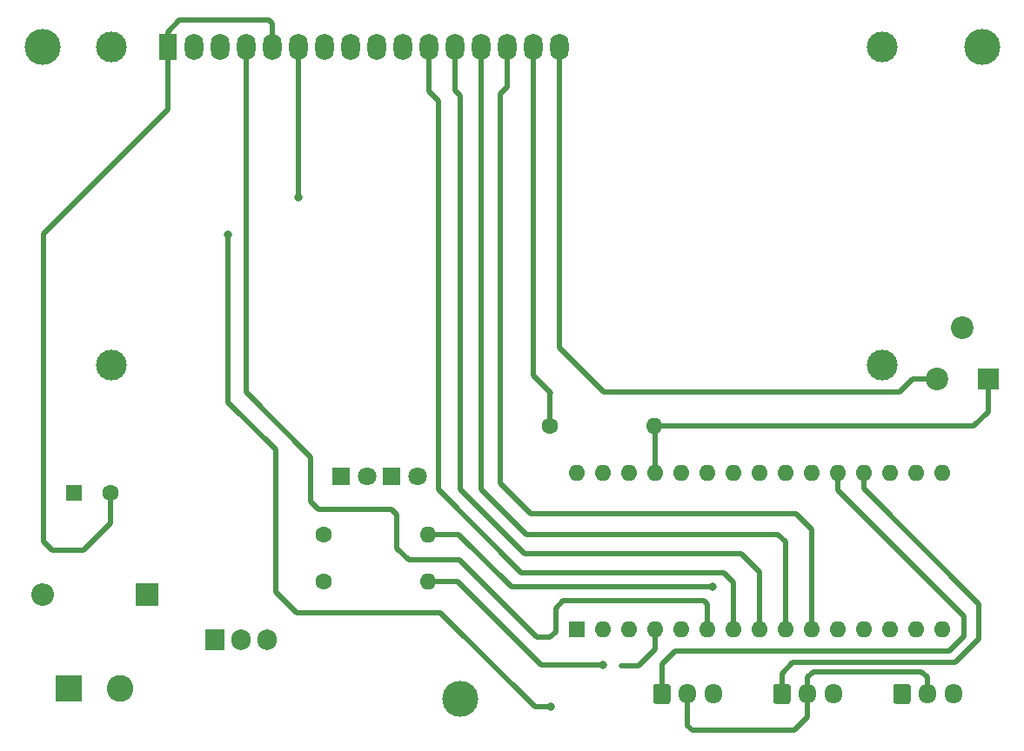
<source format=gtl>
%TF.GenerationSoftware,KiCad,Pcbnew,7.0.5*%
%TF.CreationDate,2023-09-28T12:59:19-05:00*%
%TF.ProjectId,Asocontador_PCB,41736f63-6f6e-4746-9164-6f725f504342,hjestrada*%
%TF.SameCoordinates,Original*%
%TF.FileFunction,Copper,L1,Top*%
%TF.FilePolarity,Positive*%
%FSLAX46Y46*%
G04 Gerber Fmt 4.6, Leading zero omitted, Abs format (unit mm)*
G04 Created by KiCad (PCBNEW 7.0.5) date 2023-09-28 12:59:19*
%MOMM*%
%LPD*%
G01*
G04 APERTURE LIST*
%TA.AperFunction,ComponentPad*%
%ADD10O,1.800000X2.600000*%
%TD*%
%TA.AperFunction,ComponentPad*%
%ADD11R,1.800000X2.600000*%
%TD*%
%TA.AperFunction,ComponentPad*%
%ADD12C,3.000000*%
%TD*%
%TA.AperFunction,ComponentPad*%
%ADD13R,1.800000X1.800000*%
%TD*%
%TA.AperFunction,ComponentPad*%
%ADD14C,1.800000*%
%TD*%
%TA.AperFunction,ComponentPad*%
%ADD15C,1.600000*%
%TD*%
%TA.AperFunction,ComponentPad*%
%ADD16O,1.600000X1.600000*%
%TD*%
%TA.AperFunction,ComponentPad*%
%ADD17R,1.600000X1.600000*%
%TD*%
%TA.AperFunction,ComponentPad*%
%ADD18O,1.700000X1.950000*%
%TD*%
%TA.AperFunction,ComponentPad*%
%ADD19R,2.200000X2.200000*%
%TD*%
%TA.AperFunction,ComponentPad*%
%ADD20O,2.200000X2.200000*%
%TD*%
%TA.AperFunction,ComponentPad*%
%ADD21R,1.905000X2.000000*%
%TD*%
%TA.AperFunction,ComponentPad*%
%ADD22O,1.905000X2.000000*%
%TD*%
%TA.AperFunction,ComponentPad*%
%ADD23C,3.500000*%
%TD*%
%TA.AperFunction,ComponentPad*%
%ADD24R,2.000000X2.000000*%
%TD*%
%TA.AperFunction,ComponentPad*%
%ADD25C,2.200000*%
%TD*%
%TA.AperFunction,ComponentPad*%
%ADD26R,2.600000X2.600000*%
%TD*%
%TA.AperFunction,ComponentPad*%
%ADD27C,2.600000*%
%TD*%
%TA.AperFunction,ViaPad*%
%ADD28C,0.800000*%
%TD*%
%TA.AperFunction,Conductor*%
%ADD29C,0.500000*%
%TD*%
G04 APERTURE END LIST*
D10*
X146812000Y-45720000D03*
X144272000Y-45720000D03*
X141732000Y-45720000D03*
X139192000Y-45720000D03*
X136652000Y-45720000D03*
X134112000Y-45720000D03*
X131572000Y-45720000D03*
X129032000Y-45720000D03*
X126492000Y-45720000D03*
X123952000Y-45720000D03*
X121412000Y-45720000D03*
X118872000Y-45720000D03*
X116332000Y-45720000D03*
X113792000Y-45720000D03*
X111252000Y-45720000D03*
D11*
X108712000Y-45720000D03*
D12*
X178212000Y-45720000D03*
X178211480Y-76720700D03*
X103212900Y-76720700D03*
X103212900Y-45720000D03*
D13*
X130500000Y-87480000D03*
D14*
X133040000Y-87480000D03*
D15*
X123920000Y-97800000D03*
D16*
X134080000Y-97800000D03*
X134080000Y-93150000D03*
D15*
X123920000Y-93150000D03*
D13*
X125570000Y-87490000D03*
D14*
X128110000Y-87490000D03*
D17*
X99624000Y-89154000D03*
D15*
X103124000Y-89154000D03*
%TA.AperFunction,ComponentPad*%
G36*
G01*
X155948000Y-109437000D02*
X155948000Y-107987000D01*
G75*
G02*
X156198000Y-107737000I250000J0D01*
G01*
X157398000Y-107737000D01*
G75*
G02*
X157648000Y-107987000I0J-250000D01*
G01*
X157648000Y-109437000D01*
G75*
G02*
X157398000Y-109687000I-250000J0D01*
G01*
X156198000Y-109687000D01*
G75*
G02*
X155948000Y-109437000I0J250000D01*
G01*
G37*
%TD.AperFunction*%
D18*
X159298000Y-108712000D03*
X161798000Y-108712000D03*
D19*
X106680000Y-99060000D03*
D20*
X96520000Y-99060000D03*
D21*
X113284000Y-103430000D03*
D22*
X115824000Y-103430000D03*
X118364000Y-103430000D03*
%TA.AperFunction,ComponentPad*%
G36*
G01*
X167632000Y-109437000D02*
X167632000Y-107987000D01*
G75*
G02*
X167882000Y-107737000I250000J0D01*
G01*
X169082000Y-107737000D01*
G75*
G02*
X169332000Y-107987000I0J-250000D01*
G01*
X169332000Y-109437000D01*
G75*
G02*
X169082000Y-109687000I-250000J0D01*
G01*
X167882000Y-109687000D01*
G75*
G02*
X167632000Y-109437000I0J250000D01*
G01*
G37*
%TD.AperFunction*%
D18*
X170982000Y-108712000D03*
X173482000Y-108712000D03*
D23*
X96520000Y-45720000D03*
X137160000Y-109220000D03*
D16*
X148500000Y-87180000D03*
X151040000Y-87180000D03*
X153580000Y-87180000D03*
X156120000Y-87180000D03*
X158660000Y-87180000D03*
X161200000Y-87180000D03*
X163740000Y-87180000D03*
X166280000Y-87180000D03*
X168820000Y-87180000D03*
X171360000Y-87180000D03*
X173900000Y-87180000D03*
X176440000Y-87180000D03*
X178980000Y-87180000D03*
X181520000Y-87180000D03*
X184060000Y-87180000D03*
X184060000Y-102420000D03*
X181520000Y-102420000D03*
X178980000Y-102420000D03*
X176440000Y-102420000D03*
X173900000Y-102420000D03*
X171360000Y-102420000D03*
X168820000Y-102420000D03*
X166280000Y-102420000D03*
X163740000Y-102420000D03*
X161200000Y-102420000D03*
X158660000Y-102420000D03*
X156120000Y-102420000D03*
X153580000Y-102420000D03*
X151040000Y-102420000D03*
D17*
X148500000Y-102420000D03*
%TA.AperFunction,ComponentPad*%
G36*
G01*
X179316000Y-109437000D02*
X179316000Y-107987000D01*
G75*
G02*
X179566000Y-107737000I250000J0D01*
G01*
X180766000Y-107737000D01*
G75*
G02*
X181016000Y-107987000I0J-250000D01*
G01*
X181016000Y-109437000D01*
G75*
G02*
X180766000Y-109687000I-250000J0D01*
G01*
X179566000Y-109687000D01*
G75*
G02*
X179316000Y-109437000I0J250000D01*
G01*
G37*
%TD.AperFunction*%
D18*
X182666000Y-108712000D03*
X185166000Y-108712000D03*
D16*
X156090000Y-82650000D03*
D15*
X145930000Y-82650000D03*
D24*
X188540000Y-78070000D03*
D25*
X186040000Y-73070000D03*
X183540000Y-78070000D03*
D26*
X99100000Y-108204000D03*
D27*
X104100000Y-108204000D03*
D23*
X187960000Y-45720000D03*
D28*
X121412000Y-60329500D03*
X114595565Y-64000000D03*
X146030000Y-109970000D03*
X146030000Y-109970000D03*
X151100000Y-105920000D03*
X161700000Y-98250000D03*
D29*
X144450000Y-109970000D02*
X146030000Y-109970000D01*
X135260000Y-100780000D02*
X144450000Y-109970000D01*
X121240000Y-100780000D02*
X135260000Y-100780000D01*
X119240000Y-98780000D02*
X121240000Y-100780000D01*
X119240000Y-84910000D02*
X119240000Y-98780000D01*
X114620000Y-80290000D02*
X119240000Y-84910000D01*
X114620000Y-64024435D02*
X114620000Y-80290000D01*
X114595565Y-64000000D02*
X114620000Y-64024435D01*
X181250000Y-78070000D02*
X183540000Y-78070000D01*
X151170000Y-79340000D02*
X179980000Y-79340000D01*
X146812000Y-74982000D02*
X151170000Y-79340000D01*
X146812000Y-45720000D02*
X146812000Y-74982000D01*
X179980000Y-79340000D02*
X181250000Y-78070000D01*
X154560000Y-105950000D02*
X152850000Y-105950000D01*
X156000000Y-104510000D02*
X154560000Y-105950000D01*
X156120000Y-104390000D02*
X156000000Y-104510000D01*
X156120000Y-102420000D02*
X156120000Y-104390000D01*
X121412000Y-60329500D02*
X121412000Y-45720000D01*
X118890000Y-43370000D02*
X118872000Y-43388000D01*
X118600000Y-43080000D02*
X118890000Y-43370000D01*
X109860000Y-43080000D02*
X118600000Y-43080000D01*
X108712000Y-44228000D02*
X109860000Y-43080000D01*
X108712000Y-45720000D02*
X108712000Y-44228000D01*
X118872000Y-43388000D02*
X118872000Y-45720000D01*
X161200000Y-99990000D02*
X161200000Y-102420000D01*
X160870000Y-99660000D02*
X161200000Y-99990000D01*
X147180000Y-99660000D02*
X160870000Y-99660000D01*
X146470000Y-100370000D02*
X147180000Y-99660000D01*
X145930000Y-103190000D02*
X146470000Y-102650000D01*
X144660000Y-103190000D02*
X145930000Y-103190000D01*
X137130000Y-95660000D02*
X144660000Y-103190000D01*
X131030000Y-94540000D02*
X132150000Y-95660000D01*
X131030000Y-91240000D02*
X131030000Y-94540000D01*
X146470000Y-102650000D02*
X146470000Y-100370000D01*
X130510000Y-90720000D02*
X131030000Y-91240000D01*
X123420000Y-90720000D02*
X130510000Y-90720000D01*
X132150000Y-95660000D02*
X137130000Y-95660000D01*
X122640000Y-89940000D02*
X123420000Y-90720000D01*
X122640000Y-85620000D02*
X122640000Y-89940000D01*
X116332000Y-79312000D02*
X122640000Y-85620000D01*
X116332000Y-45720000D02*
X116332000Y-79312000D01*
X151120000Y-105900000D02*
X151180000Y-105900000D01*
X151100000Y-105920000D02*
X151120000Y-105900000D01*
X151080000Y-105900000D02*
X151100000Y-105920000D01*
X145060000Y-105900000D02*
X151080000Y-105900000D01*
X136960000Y-97800000D02*
X145060000Y-105900000D01*
X134080000Y-97800000D02*
X136960000Y-97800000D01*
X161730000Y-98280000D02*
X161780000Y-98280000D01*
X161700000Y-98250000D02*
X161730000Y-98280000D01*
X161670000Y-98280000D02*
X161700000Y-98250000D01*
X137030000Y-93150000D02*
X142160000Y-98280000D01*
X142160000Y-98280000D02*
X161670000Y-98280000D01*
X134080000Y-93150000D02*
X137030000Y-93150000D01*
X108720000Y-51770000D02*
X108712000Y-51762000D01*
X96610000Y-63880000D02*
X108720000Y-51770000D01*
X96610000Y-93830000D02*
X96610000Y-63880000D01*
X108712000Y-51762000D02*
X108712000Y-45720000D01*
X97470000Y-94690000D02*
X96610000Y-93830000D01*
X103124000Y-92056000D02*
X100490000Y-94690000D01*
X100490000Y-94690000D02*
X97470000Y-94690000D01*
X103124000Y-89154000D02*
X103124000Y-92056000D01*
X188540000Y-81280000D02*
X188540000Y-78070000D01*
X187170000Y-82650000D02*
X188540000Y-81280000D01*
X156090000Y-82650000D02*
X187170000Y-82650000D01*
X171530000Y-106540000D02*
X170982000Y-107088000D01*
X182090000Y-106540000D02*
X171530000Y-106540000D01*
X170982000Y-107088000D02*
X170982000Y-108712000D01*
X182666000Y-107116000D02*
X182090000Y-106540000D01*
X182666000Y-108712000D02*
X182666000Y-107116000D01*
X171000000Y-110980000D02*
X170982000Y-110962000D01*
X169700000Y-112280000D02*
X171000000Y-110980000D01*
X159760000Y-112280000D02*
X169700000Y-112280000D01*
X170982000Y-110962000D02*
X170982000Y-108712000D01*
X159298000Y-111818000D02*
X159760000Y-112280000D01*
X159298000Y-108712000D02*
X159298000Y-111818000D01*
X184780000Y-104530000D02*
X158080000Y-104530000D01*
X186230000Y-103080000D02*
X184780000Y-104530000D01*
X186230000Y-101180000D02*
X186230000Y-103080000D01*
X156798000Y-105812000D02*
X156798000Y-108712000D01*
X173900000Y-88850000D02*
X186230000Y-101180000D01*
X158080000Y-104530000D02*
X156798000Y-105812000D01*
X173900000Y-87180000D02*
X173900000Y-88850000D01*
X176440000Y-88730000D02*
X176440000Y-87180000D01*
X187680000Y-103320000D02*
X187680000Y-99970000D01*
X169560000Y-105660000D02*
X185340000Y-105660000D01*
X168482000Y-106738000D02*
X169560000Y-105660000D01*
X187680000Y-99970000D02*
X176440000Y-88730000D01*
X168482000Y-108712000D02*
X168482000Y-106738000D01*
X185340000Y-105660000D02*
X187680000Y-103320000D01*
X145930000Y-79370000D02*
X145930000Y-82650000D01*
X145950000Y-79350000D02*
X145930000Y-79370000D01*
X144272000Y-77672000D02*
X145950000Y-79350000D01*
X144272000Y-45720000D02*
X144272000Y-77672000D01*
X156120000Y-82680000D02*
X156090000Y-82650000D01*
X156120000Y-87180000D02*
X156120000Y-82680000D01*
X162820000Y-96910000D02*
X163740000Y-97830000D01*
X163740000Y-97830000D02*
X163740000Y-102420000D01*
X143130000Y-96910000D02*
X162820000Y-96910000D01*
X135050000Y-88830000D02*
X143130000Y-96910000D01*
X135050000Y-50980000D02*
X135050000Y-88830000D01*
X134112000Y-50042000D02*
X135050000Y-50980000D01*
X134112000Y-45720000D02*
X134112000Y-50042000D01*
X164500000Y-95070000D02*
X166280000Y-96850000D01*
X143470000Y-95070000D02*
X164500000Y-95070000D01*
X137170000Y-88770000D02*
X143470000Y-95070000D01*
X137170000Y-50430000D02*
X137170000Y-88770000D01*
X166280000Y-96850000D02*
X166280000Y-102420000D01*
X136652000Y-45720000D02*
X136652000Y-49912000D01*
X136652000Y-49912000D02*
X137170000Y-50430000D01*
X141070000Y-50250000D02*
X141732000Y-49588000D01*
X141732000Y-49588000D02*
X141732000Y-45720000D01*
X141070000Y-88180000D02*
X141070000Y-50250000D01*
X169840000Y-91150000D02*
X144040000Y-91150000D01*
X171360000Y-92670000D02*
X169840000Y-91150000D01*
X144040000Y-91150000D02*
X141070000Y-88180000D01*
X171360000Y-102420000D02*
X171360000Y-92670000D01*
X168820000Y-93900000D02*
X168820000Y-102420000D01*
X168120000Y-93200000D02*
X168820000Y-93900000D01*
X143630000Y-93200000D02*
X168120000Y-93200000D01*
X139192000Y-88762000D02*
X143630000Y-93200000D01*
X139192000Y-45720000D02*
X139192000Y-88762000D01*
M02*

</source>
